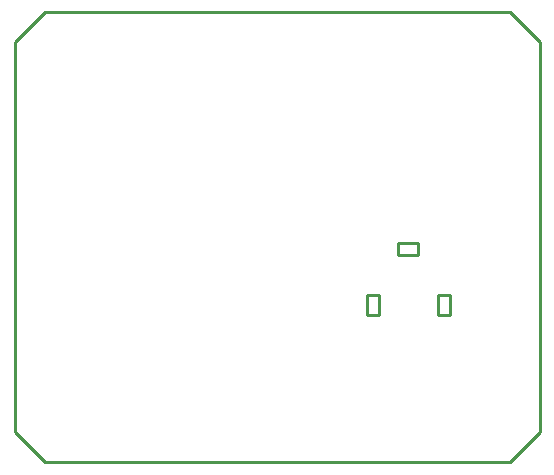
<source format=gbr>
G04 EAGLE Gerber RS-274X export*
G75*
%MOMM*%
%FSLAX34Y34*%
%LPD*%
%IN*%
%IPPOS*%
%AMOC8*
5,1,8,0,0,1.08239X$1,22.5*%
G01*
%ADD10C,0.254000*%


D10*
X0Y25400D02*
X25400Y0D01*
X419100Y0D01*
X444500Y25400D01*
X444500Y355600D01*
X419100Y381000D01*
X25400Y381000D01*
X0Y355600D01*
X0Y25400D01*
X324800Y175850D02*
X324802Y175806D01*
X324808Y175763D01*
X324817Y175721D01*
X324830Y175679D01*
X324847Y175639D01*
X324867Y175600D01*
X324890Y175563D01*
X324917Y175529D01*
X324946Y175496D01*
X324979Y175467D01*
X325013Y175440D01*
X325050Y175417D01*
X325089Y175397D01*
X325129Y175380D01*
X325171Y175367D01*
X325213Y175358D01*
X325256Y175352D01*
X325300Y175350D01*
X341300Y175350D01*
X341344Y175352D01*
X341387Y175358D01*
X341429Y175367D01*
X341471Y175380D01*
X341511Y175397D01*
X341550Y175417D01*
X341587Y175440D01*
X341621Y175467D01*
X341654Y175496D01*
X341683Y175529D01*
X341710Y175563D01*
X341733Y175600D01*
X341753Y175639D01*
X341770Y175679D01*
X341783Y175721D01*
X341792Y175763D01*
X341798Y175806D01*
X341800Y175850D01*
X341800Y184850D01*
X341798Y184894D01*
X341792Y184937D01*
X341783Y184979D01*
X341770Y185021D01*
X341753Y185061D01*
X341733Y185100D01*
X341710Y185137D01*
X341683Y185171D01*
X341654Y185204D01*
X341621Y185233D01*
X341587Y185260D01*
X341550Y185283D01*
X341511Y185303D01*
X341471Y185320D01*
X341429Y185333D01*
X341387Y185342D01*
X341344Y185348D01*
X341300Y185350D01*
X325300Y185350D01*
X325256Y185348D01*
X325213Y185342D01*
X325171Y185333D01*
X325129Y185320D01*
X325089Y185303D01*
X325050Y185283D01*
X325013Y185260D01*
X324979Y185233D01*
X324946Y185204D01*
X324917Y185171D01*
X324890Y185137D01*
X324867Y185100D01*
X324847Y185061D01*
X324830Y185021D01*
X324817Y184979D01*
X324808Y184937D01*
X324802Y184894D01*
X324800Y184850D01*
X324800Y175850D01*
X358300Y125350D02*
X358302Y125306D01*
X358308Y125263D01*
X358317Y125221D01*
X358330Y125179D01*
X358347Y125139D01*
X358367Y125100D01*
X358390Y125063D01*
X358417Y125029D01*
X358446Y124996D01*
X358479Y124967D01*
X358513Y124940D01*
X358550Y124917D01*
X358589Y124897D01*
X358629Y124880D01*
X358671Y124867D01*
X358713Y124858D01*
X358756Y124852D01*
X358800Y124850D01*
X367800Y124850D01*
X367844Y124852D01*
X367887Y124858D01*
X367929Y124867D01*
X367971Y124880D01*
X368011Y124897D01*
X368050Y124917D01*
X368087Y124940D01*
X368121Y124967D01*
X368154Y124996D01*
X368183Y125029D01*
X368210Y125063D01*
X368233Y125100D01*
X368253Y125139D01*
X368270Y125179D01*
X368283Y125221D01*
X368292Y125263D01*
X368298Y125306D01*
X368300Y125350D01*
X368300Y141350D01*
X368298Y141394D01*
X368292Y141437D01*
X368283Y141479D01*
X368270Y141521D01*
X368253Y141561D01*
X368233Y141600D01*
X368210Y141637D01*
X368183Y141671D01*
X368154Y141704D01*
X368121Y141733D01*
X368087Y141760D01*
X368050Y141783D01*
X368011Y141803D01*
X367971Y141820D01*
X367929Y141833D01*
X367887Y141842D01*
X367844Y141848D01*
X367800Y141850D01*
X358800Y141850D01*
X358756Y141848D01*
X358713Y141842D01*
X358671Y141833D01*
X358629Y141820D01*
X358589Y141803D01*
X358550Y141783D01*
X358513Y141760D01*
X358479Y141733D01*
X358446Y141704D01*
X358417Y141671D01*
X358390Y141637D01*
X358367Y141600D01*
X358347Y141561D01*
X358330Y141521D01*
X358317Y141479D01*
X358308Y141437D01*
X358302Y141394D01*
X358300Y141350D01*
X358300Y125350D01*
X298300Y125350D02*
X298302Y125306D01*
X298308Y125263D01*
X298317Y125221D01*
X298330Y125179D01*
X298347Y125139D01*
X298367Y125100D01*
X298390Y125063D01*
X298417Y125029D01*
X298446Y124996D01*
X298479Y124967D01*
X298513Y124940D01*
X298550Y124917D01*
X298589Y124897D01*
X298629Y124880D01*
X298671Y124867D01*
X298713Y124858D01*
X298756Y124852D01*
X298800Y124850D01*
X307800Y124850D01*
X307844Y124852D01*
X307887Y124858D01*
X307929Y124867D01*
X307971Y124880D01*
X308011Y124897D01*
X308050Y124917D01*
X308087Y124940D01*
X308121Y124967D01*
X308154Y124996D01*
X308183Y125029D01*
X308210Y125063D01*
X308233Y125100D01*
X308253Y125139D01*
X308270Y125179D01*
X308283Y125221D01*
X308292Y125263D01*
X308298Y125306D01*
X308300Y125350D01*
X308300Y141350D01*
X308298Y141394D01*
X308292Y141437D01*
X308283Y141479D01*
X308270Y141521D01*
X308253Y141561D01*
X308233Y141600D01*
X308210Y141637D01*
X308183Y141671D01*
X308154Y141704D01*
X308121Y141733D01*
X308087Y141760D01*
X308050Y141783D01*
X308011Y141803D01*
X307971Y141820D01*
X307929Y141833D01*
X307887Y141842D01*
X307844Y141848D01*
X307800Y141850D01*
X298800Y141850D01*
X298756Y141848D01*
X298713Y141842D01*
X298671Y141833D01*
X298629Y141820D01*
X298589Y141803D01*
X298550Y141783D01*
X298513Y141760D01*
X298479Y141733D01*
X298446Y141704D01*
X298417Y141671D01*
X298390Y141637D01*
X298367Y141600D01*
X298347Y141561D01*
X298330Y141521D01*
X298317Y141479D01*
X298308Y141437D01*
X298302Y141394D01*
X298300Y141350D01*
X298300Y125350D01*
M02*

</source>
